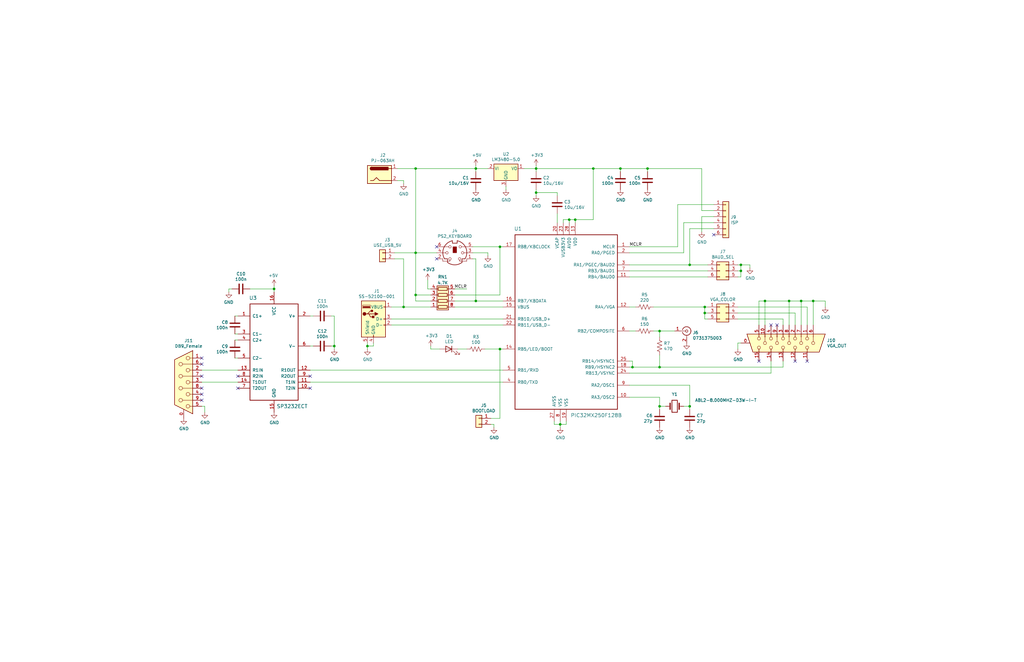
<source format=kicad_sch>
(kicad_sch (version 20211123) (generator eeschema)
  (paper "B")
  (title_block (title "ASCII Video Terminal") (date "2019-06-11") (rev "A") (company "github.com/windsorschmidt/ascii-vt"))
  (lib_symbols
    (symbol "Connector:Barrel_Jack" (pin_names (offset 1.016))
      (property "Reference" "J" (at 0 5.334 0))
      (property "Value" "Barrel_Jack" (at 0 -5.08 0))
      (symbol "Barrel_Jack_0_1"
        (rectangle (start -5.08 3.81) (end 5.08 -3.81) (stroke (width 0.254)) (fill (type background)))
        (arc (start -3.302 3.175) (mid -3.937 2.54) (end -3.302 1.905) (stroke (width 0.254)))
        (arc (start -3.302 3.175) (mid -3.937 2.54) (end -3.302 1.905) (stroke (width 0.254)) (fill (type outline)))
        (polyline (pts (xy 5.08 2.54) (xy 3.81 2.54)) (stroke (width 0.254)))
        (polyline (pts (xy -3.81 -2.54) (xy -2.54 -2.54) (xy -1.27 -1.27) (xy 0 -2.54) (xy 2.54 -2.54) (xy 5.08 -2.54)) (stroke (width 0.254)))
        (rectangle (start 3.683 3.175) (end -3.302 1.905) (stroke (width 0.254)) (fill (type outline)))
      )
      (symbol "Barrel_Jack_1_1"
        (pin passive line (at 7.62 2.54 180) (length 2.54) (name "~") (number "1"))
        (pin passive line (at 7.62 -2.54 180) (length 2.54) (name "~") (number "2"))
      )
    )
    (symbol "Connector:Conn_Coaxial" (pin_names (offset 1.016) hide)
      (property "Reference" "J" (at 0.254 3.048 0))
      (property "Value" "Conn_Coaxial" (at 2.921 0 90))
      (symbol "Conn_Coaxial_0_1"
        (arc (start -1.778 -0.508) (mid 0.2311 -1.8066) (end 1.778 0) (stroke (width 0.254)))
        (polyline (pts (xy -2.54 0) (xy -0.508 0)))
        (polyline (pts (xy 0 -2.54) (xy 0 -1.778)))
        (circle (center 0 0) (radius 0.508) (stroke (width 0.2032)))
        (arc (start 1.778 0) (mid 0.2099 1.8101) (end -1.778 0.508) (stroke (width 0.254)))
      )
      (symbol "Conn_Coaxial_1_1"
        (pin passive line (at -5.08 0 0) (length 2.54) (name "In") (number "1"))
        (pin passive line (at 0 -5.08 90) (length 2.54) (name "Ext") (number "2"))
      )
    )
    (symbol "Connector:DB15_Female_HighDensity_MountingHoles" (pin_names (offset 1.016) hide)
      (property "Reference" "J" (at 0 21.59 0))
      (property "Value" "DB15_Female_HighDensity_MountingHoles" (at 0 19.05 0))
      (symbol "DB15_Female_HighDensity_MountingHoles_0_1"
        (circle (center -1.905 -10.16) (radius 0.635))
        (circle (center -1.905 -5.08) (radius 0.635))
        (circle (center -1.905 0) (radius 0.635))
        (circle (center -1.905 5.08) (radius 0.635))
        (circle (center -1.905 10.16) (radius 0.635))
        (circle (center 0 -7.62) (radius 0.635))
        (circle (center 0 -2.54) (radius 0.635))
        (polyline (pts (xy -3.175 7.62) (xy -0.635 7.62)))
        (polyline (pts (xy -0.635 -7.62) (xy -3.175 -7.62)))
        (polyline (pts (xy -0.635 -2.54) (xy -3.175 -2.54)))
        (polyline (pts (xy -0.635 2.54) (xy -3.175 2.54)))
        (polyline (pts (xy -0.635 12.7) (xy -3.175 12.7)))
        (polyline (pts (xy -3.81 17.78) (xy -3.81 -15.24) (xy 3.81 -12.7) (xy 3.81 15.24) (xy -3.81 17.78)) (stroke (width 0.254)) (fill (type background)))
        (circle (center 0 2.54) (radius 0.635))
        (circle (center 0 7.62) (radius 0.635))
        (circle (center 0 12.7) (radius 0.635))
        (circle (center 1.905 -10.16) (radius 0.635))
        (circle (center 1.905 -5.08) (radius 0.635))
        (circle (center 1.905 0) (radius 0.635))
        (circle (center 1.905 5.08) (radius 0.635))
        (circle (center 1.905 10.16) (radius 0.635))
      )
      (symbol "DB15_Female_HighDensity_MountingHoles_1_1"
        (pin passive line (at 0 -17.78 90) (length 3.81) (name "~") (number "0"))
        (pin passive line (at -7.62 10.16 0) (length 5.08) (name "~") (number "1"))
        (pin passive line (at -7.62 -7.62 0) (length 5.08) (name "~") (number "10"))
        (pin passive line (at 7.62 10.16 180) (length 5.08) (name "~") (number "11"))
        (pin passive line (at 7.62 5.08 180) (length 5.08) (name "~") (number "12"))
        (pin passive line (at 7.62 0 180) (length 5.08) (name "~") (number "13"))
        (pin passive line (at 7.62 -5.08 180) (length 5.08) (name "~") (number "14"))
        (pin passive line (at 7.62 -10.16 180) (length 5.08) (name "~") (number "15"))
        (pin passive line (at -7.62 5.08 0) (length 5.08) (name "~") (number "2"))
        (pin passive line (at -7.62 0 0) (length 5.08) (name "~") (number "3"))
        (pin passive line (at -7.62 -5.08 0) (length 5.08) (name "~") (number "4"))
        (pin passive line (at -7.62 -10.16 0) (length 5.08) (name "~") (number "5"))
        (pin passive line (at -7.62 12.7 0) (length 5.08) (name "~") (number "6"))
        (pin passive line (at -7.62 7.62 0) (length 5.08) (name "~") (number "7"))
        (pin passive line (at -7.62 2.54 0) (length 5.08) (name "~") (number "8"))
        (pin passive line (at -7.62 -2.54 0) (length 5.08) (name "~") (number "9"))
      )
    )
    (symbol "Connector:DB9_Female_MountingHoles" (pin_names (offset 1.016) hide)
      (property "Reference" "J" (at 0 16.51 0))
      (property "Value" "DB9_Female_MountingHoles" (at 0 14.605 0))
      (symbol "DB9_Female_MountingHoles_0_1"
        (circle (center -1.778 -10.16) (radius 0.762))
        (circle (center -1.778 -5.08) (radius 0.762))
        (circle (center -1.778 0) (radius 0.762))
        (circle (center -1.778 5.08) (radius 0.762))
        (circle (center -1.778 10.16) (radius 0.762))
        (polyline (pts (xy -3.81 -10.16) (xy -2.54 -10.16)))
        (polyline (pts (xy -3.81 -7.62) (xy 0.508 -7.62)))
        (polyline (pts (xy -3.81 -5.08) (xy -2.54 -5.08)))
        (polyline (pts (xy -3.81 -2.54) (xy 0.508 -2.54)))
        (polyline (pts (xy -3.81 0) (xy -2.54 0)))
        (polyline (pts (xy -3.81 2.54) (xy 0.508 2.54)))
        (polyline (pts (xy -3.81 5.08) (xy -2.54 5.08)))
        (polyline (pts (xy -3.81 7.62) (xy 0.508 7.62)))
        (polyline (pts (xy -3.81 10.16) (xy -2.54 10.16)))
        (polyline (pts (xy -3.81 13.335) (xy -3.81 -13.335) (xy 3.81 -9.525) (xy 3.81 9.525) (xy -3.81 13.335)) (stroke (width 0.254)) (fill (type background)))
        (circle (center 1.27 -7.62) (radius 0.762))
        (circle (center 1.27 -2.54) (radius 0.762))
        (circle (center 1.27 2.54) (radius 0.762))
        (circle (center 1.27 7.62) (radius 0.762))
      )
      (symbol "DB9_Female_MountingHoles_1_1"
        (pin passive line (at 0 -15.24 90) (length 3.81) (name "PAD") (number "0"))
        (pin passive line (at -7.62 10.16 0) (length 3.81) (name "1") (number "1"))
        (pin passive line (at -7.62 5.08 0) (length 3.81) (name "2") (number "2"))
        (pin passive line (at -7.62 0 0) (length 3.81) (name "3") (number "3"))
        (pin passive line (at -7.62 -5.08 0) (length 3.81) (name "4") (number "4"))
        (pin passive line (at -7.62 -10.16 0) (length 3.81) (name "5") (number "5"))
        (pin passive line (at -7.62 7.62 0) (length 3.81) (name "6") (number "6"))
        (pin passive line (at -7.62 2.54 0) (length 3.81) (name "7") (number "7"))
        (pin passive line (at -7.62 -2.54 0) (length 3.81) (name "8") (number "8"))
        (pin passive line (at -7.62 -7.62 0) (length 3.81) (name "9") (number "9"))
      )
    )
    (symbol "Connector:Mini-DIN-6" (pin_names (offset 1.016))
      (property "Reference" "J" (at 0 6.35 0))
      (property "Value" "Mini-DIN-6" (at 0 -6.35 0))
      (symbol "Mini-DIN-6_0_1"
        (circle (center -3.302 0) (radius 0.508))
        (arc (start -3.048 -4.064) (mid 0 -5.08) (end 3.048 -4.064) (stroke (width 0.254)))
        (circle (center -2.032 -2.54) (radius 0.508))
        (circle (center -2.032 2.54) (radius 0.508))
        (arc (start -1.016 5.08) (mid -4.6228 2.1214) (end -4.318 -2.54) (stroke (width 0.254)))
        (rectangle (start -0.762 2.54) (end 0.762 0) (fill (type outline)))
        (polyline (pts (xy -3.81 0) (xy -5.08 0)))
        (polyline (pts (xy -2.54 2.54) (xy -5.08 2.54)))
        (polyline (pts (xy 2.794 2.54) (xy 5.08 2.54)))
        (polyline (pts (xy 5.08 0) (xy 3.81 0)))
        (polyline (pts (xy -4.318 -2.54) (xy -3.048 -2.54) (xy -3.048 -4.064)) (stroke (width 0.254)))
        (polyline (pts (xy 4.318 -2.54) (xy 3.048 -2.54) (xy 3.048 -4.064)) (stroke (width 0.254)))
        (polyline (pts (xy -2.032 -3.048) (xy -2.032 -3.556) (xy -5.08 -3.556) (xy -5.08 -2.54)))
        (polyline (pts (xy -1.016 5.08) (xy -1.016 4.064) (xy 1.016 4.064) (xy 1.016 5.08)) (stroke (width 0.254)))
        (polyline (pts (xy 2.032 -3.048) (xy 2.032 -3.556) (xy 5.08 -3.556) (xy 5.08 -2.54)))
        (circle (center 2.032 -2.54) (radius 0.508))
        (circle (center 2.286 2.54) (radius 0.508))
        (circle (center 3.302 0) (radius 0.508))
        (arc (start 4.318 -2.54) (mid 4.6661 2.1322) (end 1.016 5.08) (stroke (width 0.254)))
      )
      (symbol "Mini-DIN-6_1_1"
        (pin passive line (at 7.62 -2.54 180) (length 2.54) (name "~") (number "1"))
        (pin passive line (at -7.62 -2.54 0) (length 2.54) (name "~") (number "2"))
        (pin passive line (at 7.62 0 180) (length 2.54) (name "~") (number "3"))
        (pin passive line (at -7.62 0 0) (length 2.54) (name "~") (number "4"))
        (pin passive line (at 7.62 2.54 180) (length 2.54) (name "~") (number "5"))
        (pin passive line (at -7.62 2.54 0) (length 2.54) (name "~") (number "6"))
      )
    )
    (symbol "Connector_Generic:Conn_01x02" (pin_names (offset 1.016) hide)
      (property "Reference" "J" (at 0 2.54 0))
      (property "Value" "Conn_01x02" (at 0 -5.08 0))
      (symbol "Conn_01x02_1_1"
        (rectangle (start -1.27 -2.413) (end 0 -2.667) (stroke (width 0.1524)))
        (rectangle (start -1.27 0.127) (end 0 -0.127) (stroke (width 0.1524)))
        (rectangle (start -1.27 1.27) (end 1.27 -3.81) (stroke (width 0.254)) (fill (type background)))
        (pin passive line (at -5.08 0 0) (length 3.81) (name "Pin_1") (number "1"))
        (pin passive line (at -5.08 -2.54 0) (length 3.81) (name "Pin_2") (number "2"))
      )
    )
    (symbol "Connector_Generic:Conn_01x06" (pin_names (offset 1.016) hide)
      (property "Reference" "J" (at 0 7.62 0))
      (property "Value" "Conn_01x06" (at 0 -10.16 0))
      (symbol "Conn_01x06_1_1"
        (rectangle (start -1.27 -7.493) (end 0 -7.747) (stroke (width 0.1524)))
        (rectangle (start -1.27 -4.953) (end 0 -5.207) (stroke (width 0.1524)))
        (rectangle (start -1.27 -2.413) (end 0 -2.667) (stroke (width 0.1524)))
        (rectangle (start -1.27 0.127) (end 0 -0.127) (stroke (width 0.1524)))
        (rectangle (start -1.27 2.667) (end 0 2.413) (stroke (width 0.1524)))
        (rectangle (start -1.27 5.207) (end 0 4.953) (stroke (width 0.1524)))
        (rectangle (start -1.27 6.35) (end 1.27 -8.89) (stroke (width 0.254)) (fill (type background)))
        (pin passive line (at -5.08 5.08 0) (length 3.81) (name "Pin_1") (number "1"))
        (pin passive line (at -5.08 2.54 0) (length 3.81) (name "Pin_2") (number "2"))
        (pin passive line (at -5.08 0 0) (length 3.81) (name "Pin_3") (number "3"))
        (pin passive line (at -5.08 -2.54 0) (length 3.81) (name "Pin_4") (number "4"))
        (pin passive line (at -5.08 -5.08 0) (length 3.81) (name "Pin_5") (number "5"))
        (pin passive line (at -5.08 -7.62 0) (length 3.81) (name "Pin_6") (number "6"))
      )
    )
    (symbol "Connector_Generic:Conn_02x03_Odd_Even" (pin_names (offset 1.016) hide)
      (property "Reference" "J" (at 1.27 5.08 0))
      (property "Value" "Conn_02x03_Odd_Even" (at 1.27 -5.08 0))
      (symbol "Conn_02x03_Odd_Even_1_1"
        (rectangle (start -1.27 -2.413) (end 0 -2.667) (stroke (width 0.1524)))
        (rectangle (start -1.27 0.127) (end 0 -0.127) (stroke (width 0.1524)))
        (rectangle (start -1.27 2.667) (end 0 2.413) (stroke (width 0.1524)))
        (rectangle (start -1.27 3.81) (end 3.81 -3.81) (stroke (width 0.254)) (fill (type background)))
        (rectangle (start 3.81 -2.413) (end 2.54 -2.667) (stroke (width 0.1524)))
        (rectangle (start 3.81 0.127) (end 2.54 -0.127) (stroke (width 0.1524)))
        (rectangle (start 3.81 2.667) (end 2.54 2.413) (stroke (width 0.1524)))
        (pin passive line (at -5.08 2.54 0) (length 3.81) (name "Pin_1") (number "1"))
        (pin passive line (at 7.62 2.54 180) (length 3.81) (name "Pin_2") (number "2"))
        (pin passive line (at -5.08 0 0) (length 3.81) (name "Pin_3") (number "3"))
        (pin passive line (at 7.62 0 180) (length 3.81) (name "Pin_4") (number "4"))
        (pin passive line (at -5.08 -2.54 0) (length 3.81) (name "Pin_5") (number "5"))
        (pin passive line (at 7.62 -2.54 180) (length 3.81) (name "Pin_6") (number "6"))
      )
    )
    (symbol "Device:C" (pin_numbers hide) (pin_names (offset 0.254))
      (property "Reference" "C" (at 0.635 2.54 0))
      (property "Value" "C" (at 0.635 -2.54 0))
      (symbol "C_0_1"
        (polyline (pts (xy -2.032 -0.762) (xy 2.032 -0.762)) (stroke (width 0.508)))
        (polyline (pts (xy -2.032 0.762) (xy 2.032 0.762)) (stroke (width 0.508)))
      )
      (symbol "C_1_1"
        (pin passive line (at 0 3.81 270) (length 2.794) (name "~") (number "1"))
        (pin passive line (at 0 -3.81 90) (length 2.794) (name "~") (number "2"))
      )
    )
    (symbol "Device:Crystal" (pin_numbers hide) (pin_names (offset 1.016) hide)
      (property "Reference" "Y" (at 0 3.81 0))
      (property "Value" "Crystal" (at 0 -3.81 0))
      (symbol "Crystal_0_1"
        (rectangle (start -1.143 2.54) (end 1.143 -2.54) (stroke (width 0.3048)))
        (polyline (pts (xy -2.54 0) (xy -1.905 0)))
        (polyline (pts (xy -1.905 -1.27) (xy -1.905 1.27)) (stroke (width 0.508)))
        (polyline (pts (xy 1.905 -1.27) (xy 1.905 1.27)) (stroke (width 0.508)))
        (polyline (pts (xy 2.54 0) (xy 1.905 0)))
      )
      (symbol "Crystal_1_1"
        (pin passive line (at -3.81 0 0) (length 1.27) (name "1") (number "1"))
        (pin passive line (at 3.81 0 180) (length 1.27) (name "2") (number "2"))
      )
    )
    (symbol "Device:LED" (pin_numbers hide) (pin_names (offset 1.016) hide)
      (property "Reference" "D" (at 0 2.54 0))
      (property "Value" "LED" (at 0 -2.54 0))
      (symbol "LED_0_1"
        (polyline (pts (xy -1.27 -1.27) (xy -1.27 1.27)) (stroke (width 0.254)))
        (polyline (pts (xy -1.27 0) (xy 1.27 0)))
        (polyline (pts (xy 1.27 -1.27) (xy 1.27 1.27) (xy -1.27 0) (xy 1.27 -1.27)) (stroke (width 0.254)))
        (polyline (pts (xy -3.048 -0.762) (xy -4.572 -2.286) (xy -3.81 -2.286) (xy -4.572 -2.286) (xy -4.572 -1.524)))
        (polyline (pts (xy -1.778 -0.762) (xy -3.302 -2.286) (xy -2.54 -2.286) (xy -3.302 -2.286) (xy -3.302 -1.524)))
      )
      (symbol "LED_1_1"
        (pin passive line (at -3.81 0 0) (length 2.54) (name "K") (number "1"))
        (pin passive line (at 3.81 0 180) (length 2.54) (name "A") (number "2"))
      )
    )
    (symbol "Device:R_Pack04" (pin_names (offset 0) hide)
      (property "Reference" "RN" (at -7.62 0 90))
      (property "Value" "R_Pack04" (at 5.08 0 90))
      (symbol "R_Pack04_0_1"
        (rectangle (start -6.35 -2.413) (end 3.81 2.413) (stroke (width 0.254)) (fill (type background)))
        (rectangle (start -5.715 1.905) (end -4.445 -1.905) (stroke (width 0.254)))
        (rectangle (start -3.175 1.905) (end -1.905 -1.905) (stroke (width 0.254)))
        (rectangle (start -0.635 1.905) (end 0.635 -1.905) (stroke (width 0.254)))
        (polyline (pts (xy -5.08 -2.54) (xy -5.08 -1.905)))
        (polyline (pts (xy -5.08 1.905) (xy -5.08 2.54)))
        (polyline (pts (xy -2.54 -2.54) (xy -2.54 -1.905)))
        (polyline (pts (xy -2.54 1.905) (xy -2.54 2.54)))
        (polyline (pts (xy 0 -2.54) (xy 0 -1.905)))
        (polyline (pts (xy 0 1.905) (xy 0 2.54)))
        (polyline (pts (xy 2.54 -2.54) (xy 2.54 -1.905)))
        (polyline (pts (xy 2.54 1.905) (xy 2.54 2.54)))
        (rectangle (start 1.905 1.905) (end 3.175 -1.905) (stroke (width 0.254)))
      )
      (symbol "R_Pack04_1_1"
        (pin passive line (at -5.08 -5.08 90) (length 2.54) (name "R1.1") (number "1"))
        (pin passive line (at -2.54 -5.08 90) (length 2.54) (name "R2.1") (number "2"))
        (pin passive line (at 0 -5.08 90) (length 2.54) (name "R3.1") (number "3"))
        (pin passive line (at 2.54 -5.08 90) (length 2.54) (name "R4.1") (number "4"))
        (pin passive line (at 2.54 5.08 270) (length 2.54) (name "R4.2") (number "5"))
        (pin passive line (at 0 5.08 270) (length 2.54) (name "R3.2") (number "6"))
        (pin passive line (at -2.54 5.08 270) (length 2.54) (name "R2.2") (number "7"))
        (pin passive line (at -5.08 5.08 270) (length 2.54) (name "R1.2") (number "8"))
      )
    )
    (symbol "Device:R_US" (pin_numbers hide) (pin_names (offset 0))
      (property "Reference" "R" (at 2.54 0 90))
      (property "Value" "R_US" (at -2.54 0 90))
      (symbol "R_US_0_1"
        (polyline (pts (xy 0 -2.286) (xy 0 -2.54)))
        (polyline (pts (xy 0 2.286) (xy 0 2.54)))
        (polyline (pts (xy 0 -0.762) (xy 1.016 -1.143) (xy 0 -1.524) (xy -1.016 -1.905) (xy 0 -2.286)))
        (polyline (pts (xy 0 0.762) (xy 1.016 0.381) (xy 0 0) (xy -1.016 -0.381) (xy 0 -0.762)))
        (polyline (pts (xy 0 2.286) (xy 1.016 1.905) (xy 0 1.524) (xy -1.016 1.143) (xy 0 0.762)))
      )
      (symbol "R_US_1_1"
        (pin passive line (at 0 3.81 270) (length 1.27) (name "~") (number "1"))
        (pin passive line (at 0 -3.81 90) (length 1.27) (name "~") (number "2"))
      )
    )
    (symbol "Regulator_Linear:LM3480-5.0" (pin_names (offset 0.254))
      (property "Reference" "U" (at -3.81 3.175 0))
      (property "Value" "LM3480-5.0" (at 0 3.175 0))
      (symbol "LM3480-5.0_0_1"
        (rectangle (start -5.08 1.905) (end 5.08 -5.08) (stroke (width 0.254)) (fill (type background)))
      )
      (symbol "LM3480-5.0_1_1"
        (pin power_out line (at 7.62 0 180) (length 2.54) (name "VO") (number "1"))
        (pin power_in line (at -7.62 0 0) (length 2.54) (name "VI") (number "2"))
        (pin power_in line (at 0 -7.62 90) (length 2.54) (name "GND") (number "3"))
      )
    )
    (symbol "ascii-vt-rescue:+3.3V-power" (power) (pin_names (offset 0))
      (property "Value" "+3.3V-power" (at 0 3.556 0))
      (symbol "+3.3V-power_0_1"
        (polyline (pts (xy -0.762 1.27) (xy 0 2.54)))
        (polyline (pts (xy 0 0) (xy 0 2.54)))
        (polyline (pts (xy 0 2.54) (xy 0.762 1.27)))
      )
      (symbol "+3.3V-power_1_1"
        (pin power_in line (at 0 0 90) (length 0) hide (name "+3V3") (number "1"))
      )
    )
    (symbol "ascii-vt-rescue:USB_A-Connector" (pin_names (offset 1.016))
      (property "Reference" "J" (at -5.08 11.43 0))
      (property "Value" "USB_A-Connector" (at -5.08 8.89 0))
      (symbol "USB_A-Connector_0_1"
        (rectangle (start -5.08 -7.62) (end 5.08 7.62) (stroke (width 0.254)) (fill (type background)))
        (circle (center -3.81 2.159) (radius 0.635) (stroke (width 0.254)) (fill (type outline)))
        (rectangle (start -1.524 4.826) (end -4.318 5.334) (fill (type outline)))
        (rectangle (start -1.27 4.572) (end -4.572 5.842))
        (circle (center -0.635 3.429) (radius 0.381) (stroke (width 0.254)) (fill (type outline)))
        (rectangle (start -0.127 -7.62) (end 0.127 -6.858))
        (polyline (pts (xy -3.175 2.159) (xy -2.54 2.159) (xy -1.27 3.429) (xy -0.635 3.429)) (stroke (width 0.254)))
        (polyline (pts (xy -2.54 2.159) (xy -1.905 2.159) (xy -1.27 0.889) (xy 0 0.889)) (stroke (width 0.254)))
        (polyline (pts (xy 0.635 2.794) (xy 0.635 1.524) (xy 1.905 2.159) (xy 0.635 2.794)) (stroke (width 0.254)) (fill (type outline)))
        (rectangle (start 0.254 1.27) (end -0.508 0.508) (stroke (width 0.254)) (fill (type outline)))
        (rectangle (start 5.08 -2.667) (end 4.318 -2.413))
        (rectangle (start 5.08 -0.127) (end 4.318 0.127))
        (rectangle (start 5.08 4.953) (end 4.318 5.207))
      )
      (symbol "USB_A-Connector_1_1"
        (polyline (pts (xy -1.905 2.159) (xy 0.635 2.159)) (stroke (width 0.254)))
        (pin power_in line (at 7.62 5.08 180) (length 2.54) (name "VBUS") (number "1"))
        (pin passive line (at 7.62 -2.54 180) (length 2.54) (name "D-") (number "2"))
        (pin passive line (at 7.62 0 180) (length 2.54) (name "D+") (number "3"))
        (pin power_in line (at 0 -10.16 90) (length 2.54) (name "GND") (number "4"))
        (pin passive line (at -2.54 -10.16 90) (length 2.54) (name "Shield") (number "5"))
      )
    )
    (symbol "ascii-vt:PIC32MX250F128B" (pin_names (offset 1.016))
      (property "Reference" "U" (at 5.08 7.62 0))
      (property "Value" "PIC32MX250F128B" (at 27.94 -71.12 0))
      (symbol "PIC32MX250F128B_1_1"
        (rectangle (start 5.08 5.08) (end 48.26 -68.58) (stroke (width 0.3048)))
        (pin bidirectional line (at 53.34 0 180) (length 5.08) (name "MCLR") (number "1"))
        (pin bidirectional line (at 53.34 -63.5 180) (length 5.08) (name "RA3/OSC2") (number "10"))
        (pin bidirectional line (at 53.34 -12.7 180) (length 5.08) (name "RB4/BAUD0") (number "11"))
        (pin bidirectional line (at 53.34 -25.4 180) (length 5.08) (name "RA4/VGA") (number "12"))
        (pin power_in line (at 30.48 10.16 270) (length 5.08) (name "VDD") (number "13"))
        (pin bidirectional line (at 0 -43.18 0) (length 5.08) (name "RB5/LED/BOOT") (number "14"))
        (pin input line (at 0 -25.4 0) (length 5.08) (name "VBUS") (number "15"))
        (pin bidirectional line (at 0 -22.86 0) (length 5.08) (name "RB7/KBDATA") (number "16"))
        (pin bidirectional line (at 0 0 0) (length 5.08) (name "RB8/KBCLOCK") (number "17"))
        (pin bidirectional line (at 53.34 -50.8 180) (length 5.08) (name "RB9/HSYNC2") (number "18"))
        (pin power_in line (at 26.67 -73.66 90) (length 5.08) (name "VSS") (number "19"))
        (pin bidirectional line (at 53.34 -2.54 180) (length 5.08) (name "RA0/PGED") (number "2"))
        (pin input line (at 22.86 10.16 270) (length 5.08) (name "VCAP") (number "20"))
        (pin bidirectional line (at 0 -30.48 0) (length 5.08) (name "RB10/USB_D+") (number "21"))
        (pin bidirectional line (at 0 -33.02 0) (length 5.08) (name "RB11/USB_D-") (number "22"))
        (pin power_in line (at 25.4 10.16 270) (length 5.08) (name "VUSB3V3") (number "23"))
        (pin bidirectional line (at 53.34 -53.34 180) (length 5.08) (name "RB13/VSYNC") (number "24"))
        (pin bidirectional line (at 53.34 -48.26 180) (length 5.08) (name "RB14/HSYNC1") (number "25"))
        (pin bidirectional line (at 0 -59.69 0) (length 5.08) hide (name "AN9/C3INA/RPB15/SCK2/CTED6/PMCS1/RB15") (number "26"))
        (pin power_in line (at 21.59 -73.66 90) (length 5.08) (name "AVSS") (number "27"))
        (pin power_in line (at 27.94 10.16 270) (length 5.08) (name "AVDD") (number "28"))
        (pin bidirectional line (at 53.34 -7.62 180) (length 5.08) (name "RA1/PGEC/BAUD2") (number "3"))
        (pin bidirectional line (at 0 -57.15 0) (length 5.08) (name "RB0/TXD") (number "4"))
        (pin bidirectional line (at 0 -52.07 0) (length 5.08) (name "RB1/RXD") (number "5"))
        (pin bidirectional line (at 53.34 -35.56 180) (length 5.08) (name "RB2/COMPOSITE") (number "6"))
        (pin bidirectional line (at 53.34 -10.16 180) (length 5.08) (name "RB3/BAUD1") (number "7"))
        (pin power_in line (at 24.13 -73.66 90) (length 5.08) (name "VSS") (number "8"))
        (pin bidirectional line (at 53.34 -58.42 180) (length 5.08) (name "RA2/OSC1") (number "9"))
      )
    )
    (symbol "ascii-vt:SP3232ECT" (pin_names (offset 1.016))
      (property "Reference" "U" (at 5.08 6.35 0))
      (property "Value" "SP3232ECT" (at 5.08 3.81 0))
      (symbol "SP3232ECT_1_1"
        (rectangle (start 5.08 5.08) (end 25.4 -35.56) (stroke (width 0.3048)))
        (pin passive line (at 0 0 0) (length 5.08) (name "C1+") (number "1"))
        (pin input line (at 30.48 -30.48 180) (length 5.08) (name "T2IN") (number "10"))
        (pin input line (at 30.48 -27.94 180) (length 5.08) (name "T1IN") (number "11"))
        (pin output line (at 30.48 -22.86 180) (length 5.08) (name "R1OUT") (number "12"))
        (pin input line (at 0 -22.86 0) (length 5.08) (name "R1IN") (number "13"))
        (pin output line (at 0 -27.94 0) (length 5.08) (name "T1OUT") (number "14"))
        (pin power_in line (at 15.24 -40.64 90) (length 5.08) (name "GND") (number "15"))
        (pin power_in line (at 15.24 10.16 270) (length 5.08) (name "VCC") (number "16"))
        (pin power_in line (at 30.48 0 180) (length 5.08) (name "V+") (number "2"))
        (pin passive line (at 0 -7.62 0) (length 5.08) (name "C1-") (number "3"))
        (pin passive line (at 0 -10.16 0) (length 5.08) (name "C2+") (number "4"))
        (pin passive line (at 0 -17.78 0) (length 5.08) (name "C2-") (number "5"))
        (pin power_in line (at 30.48 -12.7 180) (length 5.08) (name "V-") (number "6"))
        (pin output line (at 0 -30.48 0) (length 5.08) (name "T2OUT") (number "7"))
        (pin input line (at 0 -25.4 0) (length 5.08) (name "R2IN") (number "8"))
        (pin output line (at 30.48 -25.4 180) (length 5.08) (name "R2OUT") (number "9"))
      )
    )
    (symbol "power:+5V" (power) (pin_names (offset 0))
      (property "Value" "+5V" (at 0 3.556 0))
      (symbol "+5V_0_1"
        (polyline (pts (xy -0.762 1.27) (xy 0 2.54)))
        (polyline (pts (xy 0 0) (xy 0 2.54)))
        (polyline (pts (xy 0 2.54) (xy 0.762 1.27)))
      )
      (symbol "+5V_1_1"
        (pin power_in line (at 0 0 90) (length 0) hide (name "+5V") (number "1"))
      )
    )
    (symbol "power:GND" (power) (pin_names (offset 0))
      (property "Value" "GND" (at 0 -3.81 0))
      (symbol "GND_0_1"
        (polyline (pts (xy 0 0) (xy 0 -1.27) (xy 1.27 -1.27) (xy 0 -2.54) (xy -1.27 -1.27) (xy 0 -1.27)))
      )
      (symbol "GND_1_1"
        (pin power_in line (at 0 0 270) (length 0) hide (name "GND") (number "1"))
      )
    )
  )
  (junction (at 322.58 127))
  (junction (at 154.94 146.05))
  (junction (at 342.9 127))
  (junction (at 170.18 129.54))
  (junction (at 226.06 81.28))
  (junction (at 140.97 146.05))
  (junction (at 278.13 154.94))
  (junction (at 297.18 129.54))
  (junction (at 226.06 71.12))
  (junction (at 115.57 121.92))
  (junction (at 250.19 71.12))
  (junction (at 332.74 127))
  (junction (at 240.03 92.71))
  (junction (at 175.26 124.46))
  (junction (at 210.82 104.14))
  (junction (at 273.05 71.12))
  (junction (at 266.7 154.94))
  (junction (at 290.83 171.45))
  (junction (at 278.13 171.45))
  (junction (at 200.66 127))
  (junction (at 175.26 71.12))
  (junction (at 278.13 139.7))
  (junction (at 200.66 71.12))
  (junction (at 337.82 127))
  (junction (at 210.82 147.32))
  (junction (at 261.62 71.12))
  (junction (at 236.22 179.07))
  (junction (at 297.18 132.08))
  (junction (at 290.83 111.76))
  (junction (at 312.42 111.76))
  (junction (at 175.26 106.68))
  (junction (at 242.57 92.71))
  (junction (at 312.42 114.3))
  (no_connect (at 100.33 158.75))
  (no_connect (at 184.15 104.14))
  (no_connect (at 100.33 163.83))
  (no_connect (at 130.81 163.83))
  (no_connect (at 320.04 152.4))
  (no_connect (at 327.66 137.16))
  (no_connect (at 85.09 151.13))
  (no_connect (at 85.09 153.67))
  (no_connect (at 85.09 166.37))
  (no_connect (at 184.15 109.22))
  (no_connect (at 300.99 99.06))
  (no_connect (at 85.09 158.75))
  (no_connect (at 335.28 152.4))
  (no_connect (at 325.12 137.16))
  (no_connect (at 85.09 163.83))
  (no_connect (at 85.09 168.91))
  (no_connect (at 340.36 152.4))
  (no_connect (at 130.81 158.75))
  (wire (pts (xy 170.18 76.2) (xy 167.64 76.2)))
  (wire (pts (xy 170.18 109.22) (xy 170.18 129.54)))
  (wire (pts (xy 265.43 162.56) (xy 290.83 162.56)))
  (wire (pts (xy 234.95 90.17) (xy 234.95 93.98)))
  (wire (pts (xy 337.82 137.16) (xy 337.82 127)))
  (wire (pts (xy 199.39 104.14) (xy 210.82 104.14)))
  (wire (pts (xy 332.74 127) (xy 337.82 127)))
  (wire (pts (xy 86.36 171.45) (xy 85.09 171.45)))
  (wire (pts (xy 242.57 92.71) (xy 242.57 93.98)))
  (wire (pts (xy 237.49 92.71) (xy 237.49 93.98)))
  (wire (pts (xy 316.23 111.76) (xy 316.23 113.03)))
  (wire (pts (xy 210.82 176.53) (xy 210.82 147.32)))
  (wire (pts (xy 322.58 127) (xy 332.74 127)))
  (wire (pts (xy 240.03 92.71) (xy 242.57 92.71)))
  (wire (pts (xy 226.06 81.28) (xy 226.06 82.55)))
  (wire (pts (xy 266.7 154.94) (xy 278.13 154.94)))
  (wire (pts (xy 166.37 106.68) (xy 175.26 106.68)))
  (wire (pts (xy 278.13 171.45) (xy 280.67 171.45)))
  (wire (pts (xy 180.34 118.11) (xy 180.34 121.92)))
  (wire (pts (xy 115.57 120.65) (xy 115.57 121.92)))
  (wire (pts (xy 99.06 140.97) (xy 100.33 140.97)))
  (wire (pts (xy 140.97 147.32) (xy 140.97 146.05)))
  (wire (pts (xy 236.22 179.07) (xy 238.76 179.07)))
  (wire (pts (xy 200.66 69.85) (xy 200.66 71.12)))
  (wire (pts (xy 175.26 106.68) (xy 175.26 124.46)))
  (wire (pts (xy 347.98 129.54) (xy 347.98 127)))
  (wire (pts (xy 265.43 104.14) (xy 285.75 104.14)))
  (wire (pts (xy 237.49 92.71) (xy 240.03 92.71)))
  (wire (pts (xy 290.83 171.45) (xy 290.83 172.72)))
  (wire (pts (xy 212.09 137.16) (xy 165.1 137.16)))
  (wire (pts (xy 265.43 106.68) (xy 288.29 106.68)))
  (wire (pts (xy 265.43 167.64) (xy 278.13 167.64)))
  (wire (pts (xy 210.82 104.14) (xy 210.82 124.46)))
  (wire (pts (xy 265.43 114.3) (xy 298.45 114.3)))
  (wire (pts (xy 191.77 124.46) (xy 210.82 124.46)))
  (wire (pts (xy 139.7 146.05) (xy 140.97 146.05)))
  (wire (pts (xy 99.06 133.35) (xy 100.33 133.35)))
  (wire (pts (xy 181.61 147.32) (xy 185.42 147.32)))
  (wire (pts (xy 311.15 144.78) (xy 311.15 147.32)))
  (wire (pts (xy 236.22 179.07) (xy 236.22 180.34)))
  (wire (pts (xy 311.15 129.54) (xy 340.36 129.54)))
  (wire (pts (xy 278.13 154.94) (xy 330.2 154.94)))
  (wire (pts (xy 295.91 71.12) (xy 295.91 88.9)))
  (wire (pts (xy 295.91 91.44) (xy 300.99 91.44)))
  (wire (pts (xy 297.18 134.62) (xy 298.45 134.62)))
  (wire (pts (xy 226.06 69.85) (xy 226.06 71.12)))
  (wire (pts (xy 205.74 106.68) (xy 205.74 107.95)))
  (wire (pts (xy 180.34 121.92) (xy 181.61 121.92)))
  (wire (pts (xy 311.15 134.62) (xy 330.2 134.62)))
  (wire (pts (xy 265.43 116.84) (xy 298.45 116.84)))
  (wire (pts (xy 175.26 127) (xy 181.61 127)))
  (wire (pts (xy 154.94 146.05) (xy 157.48 146.05)))
  (wire (pts (xy 99.06 143.51) (xy 100.33 143.51)))
  (wire (pts (xy 312.42 116.84) (xy 312.42 114.3)))
  (wire (pts (xy 266.7 152.4) (xy 266.7 154.94)))
  (wire (pts (xy 312.42 111.76) (xy 311.15 111.76)))
  (wire (pts (xy 115.57 121.92) (xy 115.57 123.19)))
  (wire (pts (xy 96.52 121.92) (xy 96.52 123.19)))
  (wire (pts (xy 199.39 106.68) (xy 205.74 106.68)))
  (wire (pts (xy 210.82 147.32) (xy 212.09 147.32)))
  (wire (pts (xy 312.42 111.76) (xy 316.23 111.76)))
  (wire (pts (xy 130.81 146.05) (xy 132.08 146.05)))
  (wire (pts (xy 278.13 167.64) (xy 278.13 171.45)))
  (wire (pts (xy 297.18 132.08) (xy 298.45 132.08)))
  (wire (pts (xy 311.15 132.08) (xy 335.28 132.08)))
  (wire (pts (xy 226.06 71.12) (xy 226.06 72.39)))
  (wire (pts (xy 337.82 127) (xy 342.9 127)))
  (wire (pts (xy 181.61 129.54) (xy 170.18 129.54)))
  (wire (pts (xy 285.75 86.36) (xy 300.99 86.36)))
  (wire (pts (xy 236.22 177.8) (xy 236.22 179.07)))
  (wire (pts (xy 311.15 116.84) (xy 312.42 116.84)))
  (wire (pts (xy 290.83 111.76) (xy 298.45 111.76)))
  (wire (pts (xy 288.29 93.98) (xy 300.99 93.98)))
  (wire (pts (xy 226.06 71.12) (xy 250.19 71.12)))
  (wire (pts (xy 240.03 93.98) (xy 240.03 92.71)))
  (wire (pts (xy 140.97 146.05) (xy 140.97 133.35)))
  (wire (pts (xy 322.58 137.16) (xy 322.58 127)))
  (wire (pts (xy 213.36 78.74) (xy 213.36 80.01)))
  (wire (pts (xy 200.66 71.12) (xy 205.74 71.12)))
  (wire (pts (xy 165.1 134.62) (xy 212.09 134.62)))
  (wire (pts (xy 167.64 71.12) (xy 175.26 71.12)))
  (wire (pts (xy 330.2 134.62) (xy 330.2 137.16)))
  (wire (pts (xy 196.85 121.92) (xy 191.77 121.92)))
  (wire (pts (xy 207.01 176.53) (xy 210.82 176.53)))
  (wire (pts (xy 97.79 121.92) (xy 96.52 121.92)))
  (wire (pts (xy 226.06 81.28) (xy 226.06 80.01)))
  (wire (pts (xy 342.9 127) (xy 347.98 127)))
  (wire (pts (xy 265.43 139.7) (xy 267.97 139.7)))
  (wire (pts (xy 261.62 71.12) (xy 273.05 71.12)))
  (wire (pts (xy 100.33 156.21) (xy 85.09 156.21)))
  (wire (pts (xy 208.28 179.07) (xy 208.28 180.34)))
  (wire (pts (xy 335.28 132.08) (xy 335.28 137.16)))
  (wire (pts (xy 130.81 133.35) (xy 132.08 133.35)))
  (wire (pts (xy 320.04 127) (xy 322.58 127)))
  (wire (pts (xy 290.83 162.56) (xy 290.83 171.45)))
  (wire (pts (xy 342.9 137.16) (xy 342.9 127)))
  (wire (pts (xy 261.62 71.12) (xy 261.62 72.39)))
  (wire (pts (xy 265.43 154.94) (xy 266.7 154.94)))
  (wire (pts (xy 290.83 96.52) (xy 290.83 111.76)))
  (wire (pts (xy 99.06 151.13) (xy 100.33 151.13)))
  (wire (pts (xy 311.15 114.3) (xy 312.42 114.3)))
  (wire (pts (xy 181.61 146.05) (xy 181.61 147.32)))
  (wire (pts (xy 170.18 129.54) (xy 165.1 129.54)))
  (wire (pts (xy 242.57 92.71) (xy 250.19 92.71)))
  (wire (pts (xy 273.05 71.12) (xy 273.05 72.39)))
  (wire (pts (xy 115.57 121.92) (xy 105.41 121.92)))
  (wire (pts (xy 193.04 147.32) (xy 196.85 147.32)))
  (wire (pts (xy 175.26 71.12) (xy 175.26 106.68)))
  (wire (pts (xy 100.33 161.29) (xy 85.09 161.29)))
  (wire (pts (xy 191.77 129.54) (xy 212.09 129.54)))
  (wire (pts (xy 297.18 129.54) (xy 298.45 129.54)))
  (wire (pts (xy 278.13 142.24) (xy 278.13 139.7)))
  (wire (pts (xy 278.13 149.86) (xy 278.13 154.94)))
  (wire (pts (xy 295.91 97.79) (xy 295.91 91.44)))
  (wire (pts (xy 130.81 161.29) (xy 212.09 161.29)))
  (wire (pts (xy 154.94 147.32) (xy 154.94 146.05)))
  (wire (pts (xy 278.13 139.7) (xy 284.48 139.7)))
  (wire (pts (xy 166.37 109.22) (xy 170.18 109.22)))
  (wire (pts (xy 204.47 147.32) (xy 210.82 147.32)))
  (wire (pts (xy 265.43 111.76) (xy 290.83 111.76)))
  (wire (pts (xy 288.29 93.98) (xy 288.29 106.68)))
  (wire (pts (xy 200.66 127) (xy 212.09 127)))
  (wire (pts (xy 157.48 146.05) (xy 157.48 144.78)))
  (wire (pts (xy 200.66 109.22) (xy 200.66 127)))
  (wire (pts (xy 297.18 132.08) (xy 297.18 134.62)))
  (wire (pts (xy 278.13 172.72) (xy 278.13 171.45)))
  (wire (pts (xy 170.18 77.47) (xy 170.18 76.2)))
  (wire (pts (xy 340.36 129.54) (xy 340.36 137.16)))
  (wire (pts (xy 330.2 154.94) (xy 330.2 152.4)))
  (wire (pts (xy 295.91 88.9) (xy 300.99 88.9)))
  (wire (pts (xy 86.36 173.99) (xy 86.36 171.45)))
  (wire (pts (xy 210.82 104.14) (xy 212.09 104.14)))
  (wire (pts (xy 234.95 81.28) (xy 234.95 82.55)))
  (wire (pts (xy 332.74 137.16) (xy 332.74 127)))
  (wire (pts (xy 220.98 71.12) (xy 226.06 71.12)))
  (wire (pts (xy 175.26 124.46) (xy 175.26 127)))
  (wire (pts (xy 175.26 106.68) (xy 184.15 106.68)))
  (wire (pts (xy 311.15 144.78) (xy 312.42 144.78)))
  (wire (pts (xy 200.66 109.22) (xy 199.39 109.22)))
  (wire (pts (xy 300.99 96.52) (xy 290.83 96.52)))
  (wire (pts (xy 265.43 157.48) (xy 325.12 157.48)))
  (wire (pts (xy 325.12 157.48) (xy 325.12 152.4)))
  (wire (pts (xy 234.95 81.28) (xy 226.06 81.28)))
  (wire (pts (xy 238.76 179.07) (xy 238.76 177.8)))
  (wire (pts (xy 154.94 146.05) (xy 154.94 144.78)))
  (wire (pts (xy 265.43 152.4) (xy 266.7 152.4)))
  (wire (pts (xy 181.61 124.46) (xy 175.26 124.46)))
  (wire (pts (xy 200.66 72.39) (xy 200.66 71.12)))
  (wire (pts (xy 265.43 129.54) (xy 267.97 129.54)))
  (wire (pts (xy 273.05 71.12) (xy 295.91 71.12)))
  (wire (pts (xy 275.59 129.54) (xy 297.18 129.54)))
  (wire (pts (xy 312.42 114.3) (xy 312.42 111.76)))
  (wire (pts (xy 130.81 156.21) (xy 212.09 156.21)))
  (wire (pts (xy 250.19 71.12) (xy 261.62 71.12)))
  (wire (pts (xy 275.59 139.7) (xy 278.13 139.7)))
  (wire (pts (xy 200.66 127) (xy 191.77 127)))
  (wire (pts (xy 285.75 104.14) (xy 285.75 86.36)))
  (wire (pts (xy 207.01 179.07) (xy 208.28 179.07)))
  (wire (pts (xy 288.29 171.45) (xy 290.83 171.45)))
  (wire (pts (xy 233.68 179.07) (xy 236.22 179.07)))
  (wire (pts (xy 320.04 137.16) (xy 320.04 127)))
  (wire (pts (xy 297.18 129.54) (xy 297.18 132.08)))
  (wire (pts (xy 233.68 177.8) (xy 233.68 179.07)))
  (wire (pts (xy 250.19 92.71) (xy 250.19 71.12)))
  (wire (pts (xy 175.26 71.12) (xy 200.66 71.12)))
  (wire (pts (xy 140.97 133.35) (xy 139.7 133.35)))
  (label "MCLR" (at 196.85 121.92 180))
  (label "MCLR" (at 265.43 104.14 0))
  (symbol (lib_id "ascii-vt-rescue:USB_A-Connector") (at 157.48 134.62 0) (unit 1)
    (property "Reference" "J1" (at 158.9024 122.809 0))
    (property "Value" "SS-52100-001" (at 158.9024 125.095 0))
    (property "Footprint" "Connector_USB:USB_A_Stewart_SS-52100-001_Horizontal" (effects hide))
    (property "Datasheet" " ~" (effects hide))
  )
  (symbol (lib_id "Regulator_Linear:LM3480-5.0") (at 213.36 71.12 0) (unit 1)
    (property "Reference" "U2" (at 213.36 65.024 0))
    (property "Value" "LM3480-5.0" (at 213.36 67.31 0))
    (property "Footprint" "Package_TO_SOT_SMD:SOT-23" (effects hide))
    (property "Datasheet" "http://www.ti.com/lit/ds/symlink/lm3480.pdf" (effects hide))
  )
  (symbol (lib_id "Device:C") (at 278.13 176.53 0) (mirror y) (unit 1)
    (property "Reference" "C6" (at 275.209 175.387 0) (effects (justify left)))
    (property "Value" "27p" (at 275.209 177.673 0) (effects (justify left)))
    (property "Footprint" "Capacitor_SMD:C_0805_2012Metric" (effects hide))
  )
  (symbol (lib_id "Device:R_US") (at 278.13 146.05 0) (unit 1)
    (property "Reference" "R7" (at 279.8572 144.907 0) (effects (justify left)))
    (property "Value" "470" (at 279.8572 147.193 0) (effects (justify left)))
    (property "Footprint" "Resistor_SMD:R_0805_2012Metric" (effects hide))
  )
  (symbol (lib_id "Connector:Conn_Coaxial") (at 289.56 139.7 0) (unit 1)
    (property "Reference" "J6" (at 292.1 140.3604 0) (effects (justify left)))
    (property "Value" "0731375003" (at 292.1 142.6464 0) (effects (justify left)))
    (property "Footprint" "Connector_Coaxial:BNC_Amphenol_B6252HB-NPP3G-50_Horizontal" (effects hide))
    (property "Datasheet" " ~" (effects hide))
  )
  (symbol (lib_id "power:GND") (at 236.22 180.34 0) (unit 1)
    (property "Reference" "#PWR011" (effects hide))
    (property "Value" "GND" (at 236.3216 184.7088 0))
  )
  (symbol (lib_id "ascii-vt-rescue:+3.3V-power") (at 181.61 146.05 0) (unit 1)
    (property "Reference" "#PWR03" (effects hide))
    (property "Value" "+3.3V" (at 181.9656 141.6558 0))
  )
  (symbol (lib_id "Device:LED") (at 189.23 147.32 0) (mirror y) (unit 1)
    (property "Reference" "D1" (at 189.4332 141.8844 0))
    (property "Value" "LED" (at 189.4332 144.1704 0))
    (property "Footprint" "LED_SMD:LED_0805_2012Metric" (effects hide))
  )
  (symbol (lib_id "ascii-vt:PIC32MX250F128B") (at 212.09 104.14 0) (unit 1)
    (property "Reference" "U1" (at 218.44 96.52 0) (effects (font (size 1.524 1.524))))
    (property "Value" "PIC32MX250F128B" (at 251.46 175.26 0) (effects (font (size 1.524 1.524))))
    (property "Footprint" "Package_SO:SOIC-28W_7.5x17.9mm_P1.27mm" (effects hide))
  )
  (symbol (lib_id "Connector:Mini-DIN-6") (at 191.77 106.68 0) (unit 1)
    (property "Reference" "J4" (at 191.77 97.409 0))
    (property "Value" "PS2_KEYBOARD" (at 191.77 99.695 0))
    (property "Footprint" "ascii-vt:Connector_Mini-DIN_Female_6Pin_2rows" (effects hide))
    (property "Datasheet" "http://service.powerdynamics.com/ec/Catalog17/Section%2011.pdf" (effects hide))
  )
  (symbol (lib_id "Connector_Generic:Conn_01x02") (at 201.93 176.53 0) (mirror y) (unit 1)
    (property "Reference" "J5" (at 203.9874 171.069 0))
    (property "Value" "BOOTLOAD" (at 203.9874 173.355 0))
    (property "Footprint" "Connector_PinHeader_2.54mm:PinHeader_1x02_P2.54mm_Vertical" (effects hide))
  )
  (symbol (lib_id "Connector_Generic:Conn_01x02") (at 161.29 106.68 0) (mirror y) (unit 1)
    (property "Reference" "J3" (at 163.3474 101.219 0))
    (property "Value" "USE_USB_5V" (at 163.3474 103.505 0))
    (property "Footprint" "Connector_PinHeader_2.54mm:PinHeader_1x02_P2.54mm_Vertical" (effects hide))
  )
  (symbol (lib_id "Connector_Generic:Conn_02x03_Odd_Even") (at 303.53 132.08 0) (unit 1)
    (property "Reference" "J8" (at 304.8 124.079 0))
    (property "Value" "VGA_COLOR" (at 304.8 126.365 0))
    (property "Footprint" "Connector_PinHeader_2.54mm:PinHeader_2x03_P2.54mm_Vertical" (effects hide))
    (property "Datasheet" "Connector_PinHeader_2.54mm:PinHeader_2x03_P2.54mm_Vertical" (effects hide))
  )
  (symbol (lib_id "Device:C") (at 290.83 176.53 0) (unit 1)
    (property "Reference" "C7" (at 293.751 175.387 0) (effects (justify left)))
    (property "Value" "27p" (at 293.751 177.673 0) (effects (justify left)))
    (property "Footprint" "Capacitor_SMD:C_0805_2012Metric" (effects hide))
  )
  (symbol (lib_id "Connector:Barrel_Jack") (at 160.02 73.66 0) (unit 1)
    (property "Reference" "J2" (at 161.4424 65.4812 0))
    (property "Value" "PJ-063AH" (at 161.4424 67.7672 0))
    (property "Footprint" "Connector_BarrelJack:BarrelJack_CUI_PJ-063AH_Horizontal" (effects hide))
  )
  (symbol (lib_id "Connector_Generic:Conn_02x03_Odd_Even") (at 306.07 114.3 0) (mirror y) (unit 1)
    (property "Reference" "J7" (at 304.8 106.172 0))
    (property "Value" "BAUD_SEL" (at 304.8 108.458 0))
    (property "Footprint" "Connector_PinHeader_2.54mm:PinHeader_2x03_P2.54mm_Vertical" (effects hide))
  )
  (symbol (lib_id "Connector_Generic:Conn_01x06") (at 306.07 91.44 0) (unit 1)
    (property "Reference" "J9" (at 308.0766 91.6432 0) (effects (justify left)))
    (property "Value" "ISP" (at 308.0766 93.9292 0) (effects (justify left)))
    (property "Footprint" "Connector_PinHeader_2.54mm:PinHeader_1x06_P2.54mm_Horizontal" (effects hide))
  )
  (symbol (lib_id "Device:R_US") (at 200.66 147.32 270) (unit 1)
    (property "Reference" "R3" (at 200.66 142.1638 90))
    (property "Value" "100" (at 200.66 144.4498 90))
    (property "Footprint" "Resistor_SMD:R_0805_2012Metric" (effects hide))
  )
  (symbol (lib_id "Device:C") (at 234.95 86.36 180) (unit 1)
    (property "Reference" "C3" (at 237.871 85.217 0) (effects (justify right)))
    (property "Value" "10u/16V" (at 237.871 87.503 0) (effects (justify right)))
    (property "Footprint" "Capacitor_SMD:C_0805_2012Metric" (effects hide))
  )
  (symbol (lib_id "Device:C") (at 226.06 76.2 0) (unit 1)
    (property "Reference" "C2" (at 228.981 75.057 0) (effects (justify left)))
    (property "Value" "10u/16V" (at 228.981 77.343 0) (effects (justify left)))
    (property "Footprint" "Capacitor_SMD:C_0805_2012Metric" (effects hide))
  )
  (symbol (lib_id "Device:C") (at 200.66 76.2 0) (mirror x) (unit 1)
    (property "Reference" "C1" (at 197.739 75.057 0) (effects (justify right)))
    (property "Value" "10u/16V" (at 197.739 77.343 0) (effects (justify right)))
    (property "Footprint" "Capacitor_SMD:C_0805_2012Metric" (effects hide))
  )
  (symbol (lib_id "Device:R_US") (at 271.78 139.7 270) (unit 1)
    (property "Reference" "R6" (at 271.78 134.5438 90))
    (property "Value" "150" (at 271.78 136.8298 90))
    (property "Footprint" "Resistor_SMD:R_0805_2012Metric" (effects hide))
  )
  (symbol (lib_id "Device:R_US") (at 271.78 129.54 270) (unit 1)
    (property "Reference" "R5" (at 271.78 124.3838 90))
    (property "Value" "220" (at 271.78 126.6698 90))
    (property "Footprint" "Resistor_SMD:R_0805_2012Metric" (effects hide))
  )
  (symbol (lib_id "ascii-vt:SP3232ECT") (at 100.33 133.35 0) (unit 1)
    (property "Reference" "U3" (at 106.68 125.73 0) (effects (font (size 1.524 1.524))))
    (property "Value" "SP3232ECT" (at 123.19 171.45 0) (effects (font (size 1.524 1.524))))
    (property "Footprint" "Package_SO:SOIC-16W_7.5x10.3mm_P1.27mm" (effects hide))
    (property "Datasheet" "https://www.maxlinear.com/ds/sp3222e_sp3232e.pdf" (effects hide))
  )
  (symbol (lib_id "power:+5V") (at 200.66 69.85 0) (unit 1)
    (property "Reference" "#PWR04" (effects hide))
    (property "Value" "+5V" (at 201.0156 65.4558 0))
  )
  (symbol (lib_id "Device:C") (at 99.06 137.16 0) (mirror x) (unit 1)
    (property "Reference" "C8" (at 96.1644 136.017 0) (effects (justify right)))
    (property "Value" "100n" (at 96.1644 138.303 0) (effects (justify right)))
    (property "Footprint" "Capacitor_SMD:C_0805_2012Metric" (effects hide))
  )
  (symbol (lib_id "power:GND") (at 154.94 147.32 0) (unit 1)
    (property "Reference" "#PWR01" (effects hide))
    (property "Value" "GND" (at 155.0416 151.6888 0))
  )
  (symbol (lib_id "Device:C") (at 99.06 147.32 0) (mirror x) (unit 1)
    (property "Reference" "C9" (at 96.1644 146.177 0) (effects (justify right)))
    (property "Value" "100n" (at 96.1644 148.463 0) (effects (justify right)))
    (property "Footprint" "Capacitor_SMD:C_0805_2012Metric" (effects hide))
  )
  (symbol (lib_id "power:GND") (at 208.28 180.34 0) (unit 1)
    (property "Reference" "#PWR07" (effects hide))
    (property "Value" "GND" (at 208.3816 184.7088 0))
  )
  (symbol (lib_id "power:GND") (at 205.74 107.95 0) (unit 1)
    (property "Reference" "#PWR06" (effects hide))
    (property "Value" "GND" (at 205.8416 112.3188 0))
  )
  (symbol (lib_id "Device:C") (at 135.89 133.35 270) (unit 1)
    (property "Reference" "C11" (at 135.89 127 90))
    (property "Value" "100n" (at 135.89 129.286 90))
    (property "Footprint" "Capacitor_SMD:C_0805_2012Metric" (effects hide))
  )
  (symbol (lib_id "Device:C") (at 135.89 146.05 270) (unit 1)
    (property "Reference" "C12" (at 135.89 139.7 90))
    (property "Value" "100n" (at 135.89 141.986 90))
    (property "Footprint" "Capacitor_SMD:C_0805_2012Metric" (effects hide))
  )
  (symbol (lib_id "power:GND") (at 140.97 147.32 0) (unit 1)
    (property "Reference" "#PWR0101" (effects hide))
    (property "Value" "GND" (at 141.0716 151.6888 0))
  )
  (symbol (lib_id "power:+5V") (at 115.57 120.65 0) (mirror y) (unit 1)
    (property "Reference" "#PWR0106" (effects hide))
    (property "Value" "+5V" (at 115.2144 116.2558 0))
  )
  (symbol (lib_id "power:GND") (at 115.57 173.99 0) (unit 1)
    (property "Reference" "#PWR0102" (effects hide))
    (property "Value" "GND" (at 115.6716 178.3588 0))
  )
  (symbol (lib_id "Device:C") (at 101.6 121.92 90) (mirror x) (unit 1)
    (property "Reference" "C10" (at 101.6 115.57 90))
    (property "Value" "100n" (at 101.6 117.856 90))
    (property "Footprint" "Capacitor_SMD:C_0805_2012Metric" (effects hide))
  )
  (symbol (lib_id "power:GND") (at 96.52 123.19 0) (mirror y) (unit 1)
    (property "Reference" "#PWR0103" (effects hide))
    (property "Value" "GND" (at 96.4184 127.5588 0))
  )
  (symbol (lib_id "Connector:DB9_Female_MountingHoles") (at 77.47 161.29 0) (mirror y) (unit 1)
    (property "Reference" "J11" (at 79.5274 143.764 0))
    (property "Value" "DB9_Female" (at 79.5274 146.05 0))
    (property "Footprint" "Connector_Dsub:DSUB-9_Female_Horizontal_P2.77x2.84mm_EdgePinOffset4.94mm_Housed_MountingHolesOffset7.48mm" (effects hide))
    (property "Datasheet" " ~" (effects hide))
  )
  (symbol (lib_id "ascii-vt-rescue:+3.3V-power") (at 226.06 69.85 0) (unit 1)
    (property "Reference" "#PWR09" (effects hide))
    (property "Value" "+3.3V" (at 226.4156 65.4558 0))
  )
  (symbol (lib_id "power:GND") (at 261.62 80.01 0) (unit 1)
    (property "Reference" "#PWR012" (effects hide))
    (property "Value" "GND" (at 261.7216 84.3788 0))
  )
  (symbol (lib_id "power:GND") (at 273.05 80.01 0) (unit 1)
    (property "Reference" "#PWR013" (effects hide))
    (property "Value" "GND" (at 273.1516 84.3788 0))
  )
  (symbol (lib_id "power:GND") (at 170.18 77.47 0) (unit 1)
    (property "Reference" "#PWR02" (effects hide))
    (property "Value" "GND" (at 170.2816 81.8388 0))
  )
  (symbol (lib_id "power:GND") (at 77.47 176.53 0) (unit 1)
    (property "Reference" "#PWR0104" (effects hide))
    (property "Value" "GND" (at 77.5716 180.8988 0))
  )
  (symbol (lib_id "power:GND") (at 200.66 80.01 0) (unit 1)
    (property "Reference" "#PWR05" (effects hide))
    (property "Value" "GND" (at 200.7616 84.3788 0))
  )
  (symbol (lib_id "power:GND") (at 213.36 80.01 0) (unit 1)
    (property "Reference" "#PWR08" (effects hide))
    (property "Value" "GND" (at 213.4616 84.3788 0))
  )
  (symbol (lib_id "power:GND") (at 226.06 82.55 0) (unit 1)
    (property "Reference" "#PWR010" (effects hide))
    (property "Value" "GND" (at 226.1616 86.9188 0))
  )
  (symbol (lib_id "power:GND") (at 278.13 180.34 0) (unit 1)
    (property "Reference" "#PWR014" (effects hide))
    (property "Value" "GND" (at 278.2316 184.7088 0))
  )
  (symbol (lib_id "power:GND") (at 290.83 180.34 0) (unit 1)
    (property "Reference" "#PWR017" (effects hide))
    (property "Value" "GND" (at 290.9316 184.7088 0))
  )
  (symbol (lib_id "power:GND") (at 86.36 173.99 0) (unit 1)
    (property "Reference" "#PWR0105" (effects hide))
    (property "Value" "GND" (at 86.4616 178.3588 0))
  )
  (symbol (lib_id "ascii-vt-rescue:+3.3V-power") (at 180.34 118.11 0) (unit 1)
    (property "Reference" "#PWR0107" (effects hide))
    (property "Value" "+3.3V" (at 180.6956 113.7158 0))
  )
  (symbol (lib_id "Device:C") (at 261.62 76.2 0) (mirror x) (unit 1)
    (property "Reference" "C4" (at 258.7244 75.057 0) (effects (justify right)))
    (property "Value" "100n" (at 258.7244 77.343 0) (effects (justify right)))
    (property "Footprint" "Capacitor_SMD:C_0805_2012Metric" (effects hide))
  )
  (symbol (lib_id "Device:C") (at 273.05 76.2 0) (mirror x) (unit 1)
    (property "Reference" "C5" (at 270.1544 75.057 0) (effects (justify right)))
    (property "Value" "100n" (at 270.1544 77.343 0) (effects (justify right)))
    (property "Footprint" "Capacitor_SMD:C_0805_2012Metric" (effects hide))
  )
  (symbol (lib_id "Device:R_Pack04") (at 186.69 124.46 270) (mirror x) (unit 1)
    (property "Reference" "RN1" (at 186.69 116.84 90))
    (property "Value" "4.7K" (at 186.69 119.38 90))
    (property "Footprint" "Resistor_SMD:R_Array_Convex_4x1206" (effects hide))
  )
  (symbol (lib_id "power:GND") (at 295.91 97.79 0) (unit 1)
    (property "Reference" "#PWR016" (effects hide))
    (property "Value" "GND" (at 296.0116 102.1588 0))
  )
  (symbol (lib_id "power:GND") (at 316.23 113.03 0) (unit 1)
    (property "Reference" "#PWR019" (effects hide))
    (property "Value" "GND" (at 316.3316 117.3988 0))
  )
  (symbol (lib_id "Device:Crystal") (at 284.48 171.45 0) (unit 1)
    (property "Reference" "Y1" (at 284.48 166.37 0))
    (property "Value" "ABL2-8.000MHZ-D3W-I-T" (at 306.07 168.91 0))
    (property "Footprint" "Crystal:Crystal_HC49-U_Vertical" (effects hide))
  )
  (symbol (lib_id "power:GND") (at 289.56 144.78 0) (unit 1)
    (property "Reference" "#PWR015" (effects hide))
    (property "Value" "GND" (at 289.6616 149.1488 0))
  )
  (symbol (lib_id "Connector:DB15_Female_HighDensity_MountingHoles") (at 330.2 144.78 270) (unit 1)
    (property "Reference" "J10" (at 348.7166 143.637 90) (effects (justify left)))
    (property "Value" "VGA_OUT" (at 348.7166 145.923 90) (effects (justify left)))
    (property "Footprint" "Connector_Dsub:DSUB-15-HD_Female_Horizontal_P2.29x1.98mm_EdgePinOffset3.03mm_Housed_MountingHolesOffset4.94mm" (effects hide))
    (property "Datasheet" " ~" (effects hide))
  )
  (symbol (lib_id "power:GND") (at 311.15 147.32 0) (unit 1)
    (property "Reference" "#PWR018" (effects hide))
    (property "Value" "GND" (at 311.2516 151.6888 0))
  )
  (symbol (lib_id "power:GND") (at 347.98 129.54 0) (unit 1)
    (property "Reference" "#PWR020" (effects hide))
    (property "Value" "GND" (at 348.0816 133.9088 0))
  )
)
</source>
